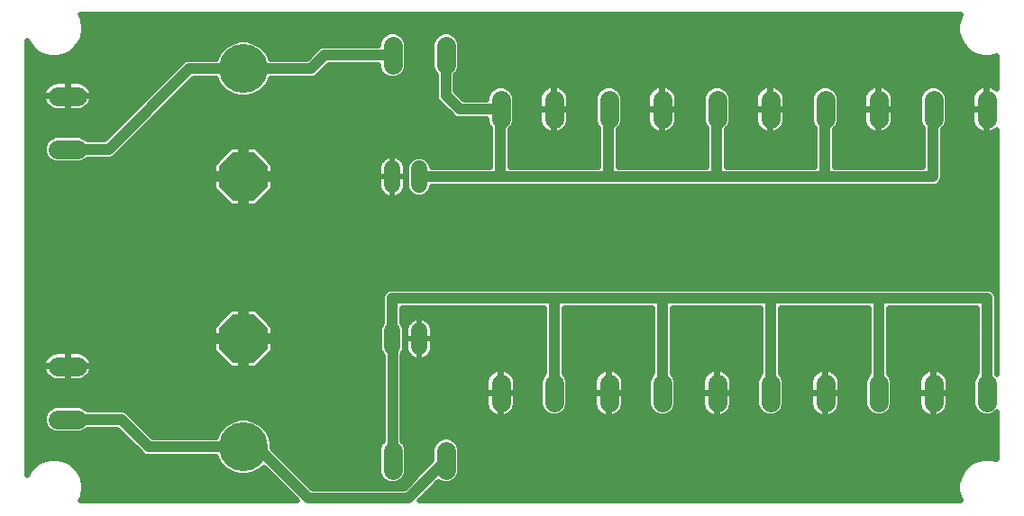
<source format=gbl>
G75*
%MOIN*%
%OFA0B0*%
%FSLAX25Y25*%
%IPPOS*%
%LPD*%
%AMOC8*
5,1,8,0,0,1.08239X$1,22.5*
%
%ADD10C,0.07050*%
%ADD11C,0.18100*%
%ADD12OC8,0.18100*%
%ADD13C,0.06000*%
%ADD14C,0.02000*%
%ADD15C,0.04000*%
D10*
X0018475Y0037157D02*
X0025525Y0037157D01*
X0025525Y0056843D02*
X0018475Y0056843D01*
X0142157Y0025525D02*
X0142157Y0018475D01*
X0161843Y0018475D02*
X0161843Y0025525D01*
X0182157Y0043475D02*
X0182157Y0050525D01*
X0201843Y0050525D02*
X0201843Y0043475D01*
X0222157Y0043475D02*
X0222157Y0050525D01*
X0241843Y0050525D02*
X0241843Y0043475D01*
X0262157Y0043475D02*
X0262157Y0050525D01*
X0281843Y0050525D02*
X0281843Y0043475D01*
X0302157Y0043475D02*
X0302157Y0050525D01*
X0321843Y0050525D02*
X0321843Y0043475D01*
X0342157Y0043475D02*
X0342157Y0050525D01*
X0361843Y0050525D02*
X0361843Y0043475D01*
X0361843Y0148475D02*
X0361843Y0155525D01*
X0342157Y0155525D02*
X0342157Y0148475D01*
X0321843Y0148475D02*
X0321843Y0155525D01*
X0302157Y0155525D02*
X0302157Y0148475D01*
X0281843Y0148475D02*
X0281843Y0155525D01*
X0262157Y0155525D02*
X0262157Y0148475D01*
X0241843Y0148475D02*
X0241843Y0155525D01*
X0222157Y0155525D02*
X0222157Y0148475D01*
X0201843Y0148475D02*
X0201843Y0155525D01*
X0182157Y0155525D02*
X0182157Y0148475D01*
X0161843Y0168475D02*
X0161843Y0175525D01*
X0142157Y0175525D02*
X0142157Y0168475D01*
X0025525Y0156843D02*
X0018475Y0156843D01*
X0018475Y0137157D02*
X0025525Y0137157D01*
D11*
X0087000Y0167000D03*
X0087000Y0027000D03*
D12*
X0087000Y0067000D03*
X0087000Y0127000D03*
D13*
X0142000Y0130000D02*
X0142000Y0124000D01*
X0152000Y0124000D02*
X0152000Y0130000D01*
X0152000Y0070000D02*
X0152000Y0064000D01*
X0142000Y0064000D02*
X0142000Y0070000D01*
D14*
X0027162Y0007791D02*
X0026706Y0007000D01*
X0106909Y0007000D01*
X0094485Y0019424D01*
X0093539Y0018478D01*
X0091111Y0017076D01*
X0088402Y0016350D01*
X0085598Y0016350D01*
X0082889Y0017076D01*
X0080461Y0018478D01*
X0078478Y0020461D01*
X0077076Y0022889D01*
X0076939Y0023400D01*
X0051284Y0023400D01*
X0049961Y0023948D01*
X0048948Y0024961D01*
X0048948Y0024961D01*
X0040351Y0033557D01*
X0029173Y0033557D01*
X0028428Y0032813D01*
X0026544Y0032032D01*
X0017456Y0032032D01*
X0015572Y0032813D01*
X0014130Y0034254D01*
X0013350Y0036138D01*
X0013350Y0038177D01*
X0014130Y0040061D01*
X0015572Y0041502D01*
X0017456Y0042282D01*
X0026544Y0042282D01*
X0028428Y0041502D01*
X0029173Y0040757D01*
X0042559Y0040757D01*
X0043882Y0040209D01*
X0044894Y0039197D01*
X0044894Y0039197D01*
X0053491Y0030600D01*
X0076939Y0030600D01*
X0077076Y0031111D01*
X0078478Y0033539D01*
X0080461Y0035522D01*
X0082889Y0036924D01*
X0085598Y0037650D01*
X0088402Y0037650D01*
X0091111Y0036924D01*
X0093539Y0035522D01*
X0095522Y0033539D01*
X0096924Y0031111D01*
X0097650Y0028402D01*
X0097650Y0026441D01*
X0112491Y0011600D01*
X0146509Y0011600D01*
X0148837Y0013928D01*
X0148948Y0014197D01*
X0156718Y0021966D01*
X0156718Y0026544D01*
X0157498Y0028428D01*
X0158939Y0029870D01*
X0160823Y0030650D01*
X0162862Y0030650D01*
X0164746Y0029870D01*
X0166187Y0028428D01*
X0166968Y0026544D01*
X0166968Y0017456D01*
X0166187Y0015572D01*
X0164746Y0014130D01*
X0162862Y0013350D01*
X0160823Y0013350D01*
X0159027Y0014094D01*
X0155163Y0010230D01*
X0155052Y0009961D01*
X0154039Y0008948D01*
X0152091Y0007000D01*
X0352294Y0007000D01*
X0351838Y0007791D01*
X0351094Y0010564D01*
X0351094Y0013436D01*
X0351838Y0016209D01*
X0353273Y0018696D01*
X0355304Y0020727D01*
X0357791Y0022162D01*
X0360564Y0022905D01*
X0363436Y0022905D01*
X0365701Y0022299D01*
X0365701Y0040085D01*
X0364746Y0039130D01*
X0362862Y0038350D01*
X0360823Y0038350D01*
X0358939Y0039130D01*
X0357498Y0040572D01*
X0356718Y0042456D01*
X0356718Y0051544D01*
X0357498Y0053428D01*
X0358400Y0054330D01*
X0358400Y0078400D01*
X0325600Y0078400D01*
X0325600Y0054015D01*
X0326187Y0053428D01*
X0326968Y0051544D01*
X0326968Y0042456D01*
X0326187Y0040572D01*
X0324746Y0039130D01*
X0322862Y0038350D01*
X0320823Y0038350D01*
X0318939Y0039130D01*
X0317498Y0040572D01*
X0316718Y0042456D01*
X0316718Y0051544D01*
X0317498Y0053428D01*
X0318400Y0054330D01*
X0318400Y0078400D01*
X0285600Y0078400D01*
X0285600Y0054015D01*
X0286187Y0053428D01*
X0286968Y0051544D01*
X0286968Y0042456D01*
X0286187Y0040572D01*
X0284746Y0039130D01*
X0282862Y0038350D01*
X0280823Y0038350D01*
X0278939Y0039130D01*
X0277498Y0040572D01*
X0276718Y0042456D01*
X0276718Y0051544D01*
X0277498Y0053428D01*
X0278400Y0054330D01*
X0278400Y0078400D01*
X0245600Y0078400D01*
X0245600Y0054015D01*
X0246187Y0053428D01*
X0246968Y0051544D01*
X0246968Y0042456D01*
X0246187Y0040572D01*
X0244746Y0039130D01*
X0242862Y0038350D01*
X0240823Y0038350D01*
X0238939Y0039130D01*
X0237498Y0040572D01*
X0236718Y0042456D01*
X0236718Y0051544D01*
X0237498Y0053428D01*
X0238400Y0054330D01*
X0238400Y0078400D01*
X0205600Y0078400D01*
X0205600Y0054015D01*
X0206187Y0053428D01*
X0206968Y0051544D01*
X0206968Y0042456D01*
X0206187Y0040572D01*
X0204746Y0039130D01*
X0202862Y0038350D01*
X0200823Y0038350D01*
X0198939Y0039130D01*
X0197498Y0040572D01*
X0196718Y0042456D01*
X0196718Y0051544D01*
X0197498Y0053428D01*
X0198400Y0054330D01*
X0198400Y0078400D01*
X0145600Y0078400D01*
X0145600Y0072905D01*
X0145900Y0072606D01*
X0146600Y0070915D01*
X0146600Y0063085D01*
X0145900Y0061394D01*
X0145757Y0061252D01*
X0145757Y0029173D01*
X0146502Y0028428D01*
X0147282Y0026544D01*
X0147282Y0017456D01*
X0146502Y0015572D01*
X0145061Y0014130D01*
X0143177Y0013350D01*
X0141138Y0013350D01*
X0139254Y0014130D01*
X0137813Y0015572D01*
X0137032Y0017456D01*
X0137032Y0026544D01*
X0137813Y0028428D01*
X0138557Y0029173D01*
X0138557Y0060937D01*
X0138100Y0061394D01*
X0137400Y0063085D01*
X0137400Y0070915D01*
X0138100Y0072606D01*
X0138400Y0072905D01*
X0138400Y0082716D01*
X0138948Y0084039D01*
X0139961Y0085052D01*
X0141284Y0085600D01*
X0362716Y0085600D01*
X0364039Y0085052D01*
X0365052Y0084039D01*
X0365600Y0082716D01*
X0365600Y0054015D01*
X0365701Y0053915D01*
X0365701Y0144520D01*
X0365442Y0144261D01*
X0364738Y0143750D01*
X0363963Y0143355D01*
X0363136Y0143086D01*
X0362277Y0142950D01*
X0362018Y0142950D01*
X0362018Y0151825D01*
X0361667Y0151825D01*
X0356318Y0151825D01*
X0356318Y0148040D01*
X0356454Y0147181D01*
X0356722Y0146354D01*
X0357117Y0145579D01*
X0357628Y0144876D01*
X0358243Y0144261D01*
X0358947Y0143750D01*
X0359722Y0143355D01*
X0360549Y0143086D01*
X0361408Y0142950D01*
X0361667Y0142950D01*
X0361667Y0151825D01*
X0361667Y0152175D01*
X0356318Y0152175D01*
X0356318Y0155960D01*
X0356454Y0156819D01*
X0356722Y0157646D01*
X0357117Y0158421D01*
X0357628Y0159124D01*
X0358243Y0159739D01*
X0358947Y0160250D01*
X0359722Y0160645D01*
X0360549Y0160914D01*
X0361408Y0161050D01*
X0361667Y0161050D01*
X0361667Y0152175D01*
X0362018Y0152175D01*
X0362018Y0161050D01*
X0362277Y0161050D01*
X0363136Y0160914D01*
X0363963Y0160645D01*
X0364738Y0160250D01*
X0365442Y0159739D01*
X0365701Y0159480D01*
X0365701Y0171701D01*
X0363436Y0171094D01*
X0360564Y0171094D01*
X0357791Y0171838D01*
X0355304Y0173273D01*
X0353273Y0175304D01*
X0351838Y0177791D01*
X0351094Y0180564D01*
X0351094Y0183436D01*
X0351838Y0186209D01*
X0352271Y0186961D01*
X0026729Y0186961D01*
X0027162Y0186209D01*
X0027905Y0183436D01*
X0027905Y0180564D01*
X0027162Y0177791D01*
X0025727Y0175304D01*
X0023696Y0173273D01*
X0021209Y0171838D01*
X0018436Y0171094D01*
X0015564Y0171094D01*
X0012791Y0171838D01*
X0010304Y0173273D01*
X0008273Y0175304D01*
X0007000Y0177510D01*
X0007000Y0016490D01*
X0008273Y0018696D01*
X0010304Y0020727D01*
X0012791Y0022162D01*
X0015564Y0022905D01*
X0018436Y0022905D01*
X0021209Y0022162D01*
X0023696Y0020727D01*
X0025727Y0018696D01*
X0027162Y0016209D01*
X0027905Y0013436D01*
X0027905Y0010564D01*
X0027162Y0007791D01*
X0027217Y0007996D02*
X0105913Y0007996D01*
X0103915Y0009994D02*
X0027753Y0009994D01*
X0027905Y0011993D02*
X0101916Y0011993D01*
X0099918Y0013991D02*
X0027757Y0013991D01*
X0027221Y0015990D02*
X0097919Y0015990D01*
X0095921Y0017988D02*
X0092691Y0017988D01*
X0102106Y0021985D02*
X0137032Y0021985D01*
X0137032Y0019987D02*
X0104105Y0019987D01*
X0106103Y0017988D02*
X0137032Y0017988D01*
X0137640Y0015990D02*
X0108102Y0015990D01*
X0110100Y0013991D02*
X0139590Y0013991D01*
X0144725Y0013991D02*
X0148863Y0013991D01*
X0150741Y0015990D02*
X0146675Y0015990D01*
X0147282Y0017988D02*
X0152739Y0017988D01*
X0154738Y0019987D02*
X0147282Y0019987D01*
X0147282Y0021985D02*
X0156718Y0021985D01*
X0156718Y0023984D02*
X0147282Y0023984D01*
X0147282Y0025982D02*
X0156718Y0025982D01*
X0157312Y0027981D02*
X0146688Y0027981D01*
X0145757Y0029979D02*
X0159204Y0029979D01*
X0164481Y0029979D02*
X0365701Y0029979D01*
X0365701Y0027981D02*
X0166373Y0027981D01*
X0166968Y0025982D02*
X0365701Y0025982D01*
X0365701Y0023984D02*
X0166968Y0023984D01*
X0166968Y0021985D02*
X0357484Y0021985D01*
X0354564Y0019987D02*
X0166968Y0019987D01*
X0166968Y0017988D02*
X0352865Y0017988D01*
X0351779Y0015990D02*
X0166360Y0015990D01*
X0164410Y0013991D02*
X0351243Y0013991D01*
X0351094Y0011993D02*
X0156926Y0011993D01*
X0155066Y0009994D02*
X0351247Y0009994D01*
X0351783Y0007996D02*
X0153087Y0007996D01*
X0146901Y0011993D02*
X0112099Y0011993D01*
X0100108Y0023984D02*
X0137032Y0023984D01*
X0137032Y0025982D02*
X0098109Y0025982D01*
X0097650Y0027981D02*
X0137627Y0027981D01*
X0138557Y0029979D02*
X0097227Y0029979D01*
X0096424Y0031978D02*
X0138557Y0031978D01*
X0138557Y0033976D02*
X0095085Y0033976D01*
X0092755Y0035975D02*
X0138557Y0035975D01*
X0138557Y0037973D02*
X0046118Y0037973D01*
X0048116Y0035975D02*
X0081245Y0035975D01*
X0078915Y0033976D02*
X0050115Y0033976D01*
X0052113Y0031978D02*
X0077576Y0031978D01*
X0077598Y0021985D02*
X0021516Y0021985D01*
X0024436Y0019987D02*
X0078952Y0019987D01*
X0081309Y0017988D02*
X0026135Y0017988D01*
X0012484Y0021985D02*
X0007000Y0021985D01*
X0007000Y0019987D02*
X0009564Y0019987D01*
X0007865Y0017988D02*
X0007000Y0017988D01*
X0007000Y0023984D02*
X0049925Y0023984D01*
X0047927Y0025982D02*
X0007000Y0025982D01*
X0007000Y0027981D02*
X0045928Y0027981D01*
X0043930Y0029979D02*
X0007000Y0029979D01*
X0007000Y0031978D02*
X0041931Y0031978D01*
X0044119Y0039972D02*
X0138557Y0039972D01*
X0138557Y0041970D02*
X0027298Y0041970D01*
X0016702Y0041970D02*
X0007000Y0041970D01*
X0007000Y0039972D02*
X0014093Y0039972D01*
X0013350Y0037973D02*
X0007000Y0037973D01*
X0007000Y0035975D02*
X0013418Y0035975D01*
X0014408Y0033976D02*
X0007000Y0033976D01*
X0007000Y0043969D02*
X0138557Y0043969D01*
X0138557Y0045967D02*
X0007000Y0045967D01*
X0007000Y0047966D02*
X0138557Y0047966D01*
X0138557Y0049964D02*
X0007000Y0049964D01*
X0007000Y0051963D02*
X0015882Y0051963D01*
X0015579Y0052117D02*
X0016354Y0051722D01*
X0017181Y0051454D01*
X0018040Y0051318D01*
X0021825Y0051318D01*
X0021825Y0056667D01*
X0022175Y0056667D01*
X0022175Y0051318D01*
X0025960Y0051318D01*
X0026819Y0051454D01*
X0027646Y0051722D01*
X0028421Y0052117D01*
X0029124Y0052628D01*
X0029739Y0053243D01*
X0030250Y0053947D01*
X0030645Y0054722D01*
X0030914Y0055549D01*
X0031050Y0056408D01*
X0031050Y0056667D01*
X0022175Y0056667D01*
X0022175Y0057018D01*
X0021825Y0057018D01*
X0021825Y0062368D01*
X0018040Y0062368D01*
X0017181Y0062231D01*
X0016354Y0061963D01*
X0015579Y0061568D01*
X0014876Y0061057D01*
X0014261Y0060442D01*
X0013750Y0059738D01*
X0013355Y0058963D01*
X0013086Y0058136D01*
X0012950Y0057277D01*
X0012950Y0057018D01*
X0021825Y0057018D01*
X0021825Y0056667D01*
X0012950Y0056667D01*
X0012950Y0056408D01*
X0013086Y0055549D01*
X0013355Y0054722D01*
X0013750Y0053947D01*
X0014261Y0053243D01*
X0014876Y0052628D01*
X0015579Y0052117D01*
X0013742Y0053961D02*
X0007000Y0053961D01*
X0007000Y0055960D02*
X0013021Y0055960D01*
X0013058Y0057958D02*
X0007000Y0057958D01*
X0007000Y0059957D02*
X0013908Y0059957D01*
X0016340Y0061955D02*
X0007000Y0061955D01*
X0007000Y0063954D02*
X0075950Y0063954D01*
X0075950Y0062423D02*
X0082423Y0055950D01*
X0086025Y0055950D01*
X0086025Y0066025D01*
X0075950Y0066025D01*
X0075950Y0062423D01*
X0076418Y0061955D02*
X0027660Y0061955D01*
X0027646Y0061963D02*
X0026819Y0062231D01*
X0025960Y0062368D01*
X0022175Y0062368D01*
X0022175Y0057018D01*
X0031050Y0057018D01*
X0031050Y0057277D01*
X0030914Y0058136D01*
X0030645Y0058963D01*
X0030250Y0059738D01*
X0029739Y0060442D01*
X0029124Y0061057D01*
X0028421Y0061568D01*
X0027646Y0061963D01*
X0030092Y0059957D02*
X0078416Y0059957D01*
X0080415Y0057958D02*
X0030942Y0057958D01*
X0030979Y0055960D02*
X0082413Y0055960D01*
X0086025Y0055960D02*
X0087975Y0055960D01*
X0087975Y0055950D02*
X0091577Y0055950D01*
X0098050Y0062423D01*
X0098050Y0066025D01*
X0087975Y0066025D01*
X0087975Y0067975D01*
X0086025Y0067975D01*
X0086025Y0078050D01*
X0082423Y0078050D01*
X0075950Y0071577D01*
X0075950Y0067975D01*
X0086025Y0067975D01*
X0086025Y0066025D01*
X0087975Y0066025D01*
X0087975Y0055950D01*
X0087975Y0057958D02*
X0086025Y0057958D01*
X0086025Y0059957D02*
X0087975Y0059957D01*
X0087975Y0061955D02*
X0086025Y0061955D01*
X0086025Y0063954D02*
X0087975Y0063954D01*
X0087975Y0065952D02*
X0086025Y0065952D01*
X0086025Y0067951D02*
X0007000Y0067951D01*
X0007000Y0069949D02*
X0075950Y0069949D01*
X0076321Y0071948D02*
X0007000Y0071948D01*
X0007000Y0073946D02*
X0078319Y0073946D01*
X0080318Y0075945D02*
X0007000Y0075945D01*
X0007000Y0077943D02*
X0082316Y0077943D01*
X0086025Y0077943D02*
X0087975Y0077943D01*
X0087975Y0078050D02*
X0087975Y0067975D01*
X0098050Y0067975D01*
X0098050Y0071577D01*
X0091577Y0078050D01*
X0087975Y0078050D01*
X0087975Y0075945D02*
X0086025Y0075945D01*
X0086025Y0073946D02*
X0087975Y0073946D01*
X0087975Y0071948D02*
X0086025Y0071948D01*
X0086025Y0069949D02*
X0087975Y0069949D01*
X0087975Y0067951D02*
X0137400Y0067951D01*
X0137400Y0069949D02*
X0098050Y0069949D01*
X0097679Y0071948D02*
X0137828Y0071948D01*
X0138400Y0073946D02*
X0095681Y0073946D01*
X0093682Y0075945D02*
X0138400Y0075945D01*
X0138400Y0077943D02*
X0091684Y0077943D01*
X0098050Y0065952D02*
X0137400Y0065952D01*
X0137400Y0063954D02*
X0098050Y0063954D01*
X0097582Y0061955D02*
X0137868Y0061955D01*
X0138557Y0059957D02*
X0095584Y0059957D01*
X0093585Y0057958D02*
X0138557Y0057958D01*
X0138557Y0055960D02*
X0091587Y0055960D01*
X0075950Y0065952D02*
X0007000Y0065952D01*
X0021825Y0061955D02*
X0022175Y0061955D01*
X0022175Y0059957D02*
X0021825Y0059957D01*
X0021825Y0057958D02*
X0022175Y0057958D01*
X0022175Y0055960D02*
X0021825Y0055960D01*
X0021825Y0053961D02*
X0022175Y0053961D01*
X0022175Y0051963D02*
X0021825Y0051963D01*
X0028118Y0051963D02*
X0138557Y0051963D01*
X0138557Y0053961D02*
X0030258Y0053961D01*
X0007000Y0079942D02*
X0138400Y0079942D01*
X0138400Y0081940D02*
X0007000Y0081940D01*
X0007000Y0083939D02*
X0138907Y0083939D01*
X0145600Y0077943D02*
X0198400Y0077943D01*
X0198400Y0075945D02*
X0145600Y0075945D01*
X0145600Y0073946D02*
X0148925Y0073946D01*
X0148743Y0073814D02*
X0148186Y0073257D01*
X0147724Y0072621D01*
X0147366Y0071919D01*
X0147123Y0071171D01*
X0147000Y0070394D01*
X0147000Y0067000D01*
X0152000Y0067000D01*
X0157000Y0067000D01*
X0157000Y0070394D01*
X0156877Y0071171D01*
X0156634Y0071919D01*
X0156276Y0072621D01*
X0155814Y0073257D01*
X0155257Y0073814D01*
X0154621Y0074276D01*
X0153919Y0074634D01*
X0153171Y0074877D01*
X0152394Y0075000D01*
X0152000Y0075000D01*
X0152000Y0067000D01*
X0152000Y0067000D01*
X0152000Y0067000D01*
X0157000Y0067000D01*
X0157000Y0063606D01*
X0156877Y0062829D01*
X0156634Y0062081D01*
X0156276Y0061379D01*
X0155814Y0060743D01*
X0155257Y0060186D01*
X0154621Y0059724D01*
X0153919Y0059366D01*
X0153171Y0059123D01*
X0152394Y0059000D01*
X0152000Y0059000D01*
X0152000Y0067000D01*
X0152000Y0067000D01*
X0152000Y0067000D01*
X0152000Y0075000D01*
X0151606Y0075000D01*
X0150829Y0074877D01*
X0150081Y0074634D01*
X0149379Y0074276D01*
X0148743Y0073814D01*
X0147381Y0071948D02*
X0146172Y0071948D01*
X0146600Y0069949D02*
X0147000Y0069949D01*
X0147000Y0067951D02*
X0146600Y0067951D01*
X0147000Y0067000D02*
X0147000Y0063606D01*
X0147123Y0062829D01*
X0147366Y0062081D01*
X0147724Y0061379D01*
X0148186Y0060743D01*
X0148743Y0060186D01*
X0149379Y0059724D01*
X0150081Y0059366D01*
X0150829Y0059123D01*
X0151606Y0059000D01*
X0152000Y0059000D01*
X0152000Y0067000D01*
X0147000Y0067000D01*
X0147000Y0065952D02*
X0146600Y0065952D01*
X0146600Y0063954D02*
X0147000Y0063954D01*
X0147430Y0061955D02*
X0146132Y0061955D01*
X0145757Y0059957D02*
X0149058Y0059957D01*
X0152000Y0059957D02*
X0152000Y0059957D01*
X0152000Y0061955D02*
X0152000Y0061955D01*
X0152000Y0063954D02*
X0152000Y0063954D01*
X0152000Y0065952D02*
X0152000Y0065952D01*
X0157000Y0065952D02*
X0198400Y0065952D01*
X0198400Y0063954D02*
X0157000Y0063954D01*
X0156570Y0061955D02*
X0198400Y0061955D01*
X0198400Y0059957D02*
X0154942Y0059957D01*
X0145757Y0057958D02*
X0198400Y0057958D01*
X0198400Y0055960D02*
X0183162Y0055960D01*
X0183451Y0055914D02*
X0182592Y0056050D01*
X0182332Y0056050D01*
X0182332Y0047175D01*
X0181982Y0047175D01*
X0181982Y0046825D01*
X0176632Y0046825D01*
X0176632Y0043040D01*
X0176769Y0042181D01*
X0177037Y0041354D01*
X0177432Y0040579D01*
X0177943Y0039876D01*
X0178558Y0039261D01*
X0179262Y0038750D01*
X0180037Y0038355D01*
X0180864Y0038086D01*
X0181723Y0037950D01*
X0181982Y0037950D01*
X0181982Y0046825D01*
X0182332Y0046825D01*
X0182332Y0037950D01*
X0182592Y0037950D01*
X0183451Y0038086D01*
X0184278Y0038355D01*
X0185053Y0038750D01*
X0185757Y0039261D01*
X0186372Y0039876D01*
X0186883Y0040579D01*
X0187278Y0041354D01*
X0187546Y0042181D01*
X0187682Y0043040D01*
X0187682Y0046825D01*
X0182333Y0046825D01*
X0182333Y0047175D01*
X0187682Y0047175D01*
X0187682Y0050960D01*
X0187546Y0051819D01*
X0187278Y0052646D01*
X0186883Y0053421D01*
X0186372Y0054124D01*
X0185757Y0054739D01*
X0185053Y0055250D01*
X0184278Y0055645D01*
X0183451Y0055914D01*
X0182332Y0055960D02*
X0181982Y0055960D01*
X0181982Y0056050D02*
X0181723Y0056050D01*
X0180864Y0055914D01*
X0180037Y0055645D01*
X0179262Y0055250D01*
X0178558Y0054739D01*
X0177943Y0054124D01*
X0177432Y0053421D01*
X0177037Y0052646D01*
X0176769Y0051819D01*
X0176632Y0050960D01*
X0176632Y0047175D01*
X0181982Y0047175D01*
X0181982Y0056050D01*
X0181153Y0055960D02*
X0145757Y0055960D01*
X0145757Y0053961D02*
X0177825Y0053961D01*
X0176815Y0051963D02*
X0145757Y0051963D01*
X0145757Y0049964D02*
X0176632Y0049964D01*
X0176632Y0047966D02*
X0145757Y0047966D01*
X0145757Y0045967D02*
X0176632Y0045967D01*
X0176632Y0043969D02*
X0145757Y0043969D01*
X0145757Y0041970D02*
X0176837Y0041970D01*
X0177873Y0039972D02*
X0145757Y0039972D01*
X0145757Y0037973D02*
X0181576Y0037973D01*
X0181982Y0037973D02*
X0182332Y0037973D01*
X0182739Y0037973D02*
X0221576Y0037973D01*
X0221723Y0037950D02*
X0220864Y0038086D01*
X0220037Y0038355D01*
X0219262Y0038750D01*
X0218558Y0039261D01*
X0217943Y0039876D01*
X0217432Y0040579D01*
X0217037Y0041354D01*
X0216769Y0042181D01*
X0216632Y0043040D01*
X0216632Y0046825D01*
X0221982Y0046825D01*
X0221982Y0047175D01*
X0216632Y0047175D01*
X0216632Y0050960D01*
X0216769Y0051819D01*
X0217037Y0052646D01*
X0217432Y0053421D01*
X0217943Y0054124D01*
X0218558Y0054739D01*
X0219262Y0055250D01*
X0220037Y0055645D01*
X0220864Y0055914D01*
X0221723Y0056050D01*
X0221982Y0056050D01*
X0221982Y0047175D01*
X0222332Y0047175D01*
X0222332Y0056050D01*
X0222592Y0056050D01*
X0223451Y0055914D01*
X0224278Y0055645D01*
X0225053Y0055250D01*
X0225757Y0054739D01*
X0226372Y0054124D01*
X0226883Y0053421D01*
X0227278Y0052646D01*
X0227546Y0051819D01*
X0227682Y0050960D01*
X0227682Y0047175D01*
X0222333Y0047175D01*
X0222333Y0046825D01*
X0227682Y0046825D01*
X0227682Y0043040D01*
X0227546Y0042181D01*
X0227278Y0041354D01*
X0226883Y0040579D01*
X0226372Y0039876D01*
X0225757Y0039261D01*
X0225053Y0038750D01*
X0224278Y0038355D01*
X0223451Y0038086D01*
X0222592Y0037950D01*
X0222332Y0037950D01*
X0222332Y0046825D01*
X0221982Y0046825D01*
X0221982Y0037950D01*
X0221723Y0037950D01*
X0221982Y0037973D02*
X0222332Y0037973D01*
X0222739Y0037973D02*
X0261576Y0037973D01*
X0261723Y0037950D02*
X0260864Y0038086D01*
X0260037Y0038355D01*
X0259262Y0038750D01*
X0258558Y0039261D01*
X0257943Y0039876D01*
X0257432Y0040579D01*
X0257037Y0041354D01*
X0256769Y0042181D01*
X0256632Y0043040D01*
X0256632Y0046825D01*
X0261982Y0046825D01*
X0261982Y0047175D01*
X0256632Y0047175D01*
X0256632Y0050960D01*
X0256769Y0051819D01*
X0257037Y0052646D01*
X0257432Y0053421D01*
X0257943Y0054124D01*
X0258558Y0054739D01*
X0259262Y0055250D01*
X0260037Y0055645D01*
X0260864Y0055914D01*
X0261723Y0056050D01*
X0261982Y0056050D01*
X0261982Y0047175D01*
X0262332Y0047175D01*
X0262332Y0056050D01*
X0262592Y0056050D01*
X0263451Y0055914D01*
X0264278Y0055645D01*
X0265053Y0055250D01*
X0265757Y0054739D01*
X0266372Y0054124D01*
X0266883Y0053421D01*
X0267278Y0052646D01*
X0267546Y0051819D01*
X0267682Y0050960D01*
X0267682Y0047175D01*
X0262333Y0047175D01*
X0262333Y0046825D01*
X0267682Y0046825D01*
X0267682Y0043040D01*
X0267546Y0042181D01*
X0267278Y0041354D01*
X0266883Y0040579D01*
X0266372Y0039876D01*
X0265757Y0039261D01*
X0265053Y0038750D01*
X0264278Y0038355D01*
X0263451Y0038086D01*
X0262592Y0037950D01*
X0262332Y0037950D01*
X0262332Y0046825D01*
X0261982Y0046825D01*
X0261982Y0037950D01*
X0261723Y0037950D01*
X0261982Y0037973D02*
X0262332Y0037973D01*
X0262739Y0037973D02*
X0301576Y0037973D01*
X0301723Y0037950D02*
X0300864Y0038086D01*
X0300037Y0038355D01*
X0299262Y0038750D01*
X0298558Y0039261D01*
X0297943Y0039876D01*
X0297432Y0040579D01*
X0297037Y0041354D01*
X0296769Y0042181D01*
X0296632Y0043040D01*
X0296632Y0046825D01*
X0301982Y0046825D01*
X0301982Y0047175D01*
X0296632Y0047175D01*
X0296632Y0050960D01*
X0296769Y0051819D01*
X0297037Y0052646D01*
X0297432Y0053421D01*
X0297943Y0054124D01*
X0298558Y0054739D01*
X0299262Y0055250D01*
X0300037Y0055645D01*
X0300864Y0055914D01*
X0301723Y0056050D01*
X0301982Y0056050D01*
X0301982Y0047175D01*
X0302332Y0047175D01*
X0302332Y0056050D01*
X0302592Y0056050D01*
X0303451Y0055914D01*
X0304278Y0055645D01*
X0305053Y0055250D01*
X0305757Y0054739D01*
X0306372Y0054124D01*
X0306883Y0053421D01*
X0307278Y0052646D01*
X0307546Y0051819D01*
X0307682Y0050960D01*
X0307682Y0047175D01*
X0302333Y0047175D01*
X0302333Y0046825D01*
X0307682Y0046825D01*
X0307682Y0043040D01*
X0307546Y0042181D01*
X0307278Y0041354D01*
X0306883Y0040579D01*
X0306372Y0039876D01*
X0305757Y0039261D01*
X0305053Y0038750D01*
X0304278Y0038355D01*
X0303451Y0038086D01*
X0302592Y0037950D01*
X0302332Y0037950D01*
X0302332Y0046825D01*
X0301982Y0046825D01*
X0301982Y0037950D01*
X0301723Y0037950D01*
X0301982Y0037973D02*
X0302332Y0037973D01*
X0302739Y0037973D02*
X0341576Y0037973D01*
X0341723Y0037950D02*
X0340864Y0038086D01*
X0340037Y0038355D01*
X0339262Y0038750D01*
X0338558Y0039261D01*
X0337943Y0039876D01*
X0337432Y0040579D01*
X0337037Y0041354D01*
X0336769Y0042181D01*
X0336632Y0043040D01*
X0336632Y0046825D01*
X0341982Y0046825D01*
X0341982Y0047175D01*
X0336632Y0047175D01*
X0336632Y0050960D01*
X0336769Y0051819D01*
X0337037Y0052646D01*
X0337432Y0053421D01*
X0337943Y0054124D01*
X0338558Y0054739D01*
X0339262Y0055250D01*
X0340037Y0055645D01*
X0340864Y0055914D01*
X0341723Y0056050D01*
X0341982Y0056050D01*
X0341982Y0047175D01*
X0342332Y0047175D01*
X0342332Y0056050D01*
X0342592Y0056050D01*
X0343451Y0055914D01*
X0344278Y0055645D01*
X0345053Y0055250D01*
X0345757Y0054739D01*
X0346372Y0054124D01*
X0346883Y0053421D01*
X0347278Y0052646D01*
X0347546Y0051819D01*
X0347682Y0050960D01*
X0347682Y0047175D01*
X0342333Y0047175D01*
X0342333Y0046825D01*
X0347682Y0046825D01*
X0347682Y0043040D01*
X0347546Y0042181D01*
X0347278Y0041354D01*
X0346883Y0040579D01*
X0346372Y0039876D01*
X0345757Y0039261D01*
X0345053Y0038750D01*
X0344278Y0038355D01*
X0343451Y0038086D01*
X0342592Y0037950D01*
X0342332Y0037950D01*
X0342332Y0046825D01*
X0341982Y0046825D01*
X0341982Y0037950D01*
X0341723Y0037950D01*
X0341982Y0037973D02*
X0342332Y0037973D01*
X0342739Y0037973D02*
X0365701Y0037973D01*
X0365701Y0035975D02*
X0145757Y0035975D01*
X0145757Y0033976D02*
X0365701Y0033976D01*
X0365701Y0031978D02*
X0145757Y0031978D01*
X0158925Y0013991D02*
X0159275Y0013991D01*
X0181982Y0039972D02*
X0182332Y0039972D01*
X0182332Y0041970D02*
X0181982Y0041970D01*
X0181982Y0043969D02*
X0182332Y0043969D01*
X0182332Y0045967D02*
X0181982Y0045967D01*
X0181982Y0047966D02*
X0182332Y0047966D01*
X0182332Y0049964D02*
X0181982Y0049964D01*
X0181982Y0051963D02*
X0182332Y0051963D01*
X0182332Y0053961D02*
X0181982Y0053961D01*
X0186490Y0053961D02*
X0198031Y0053961D01*
X0196891Y0051963D02*
X0187500Y0051963D01*
X0187682Y0049964D02*
X0196718Y0049964D01*
X0196718Y0047966D02*
X0187682Y0047966D01*
X0187682Y0045967D02*
X0196718Y0045967D01*
X0196718Y0043969D02*
X0187682Y0043969D01*
X0187478Y0041970D02*
X0196919Y0041970D01*
X0198098Y0039972D02*
X0186441Y0039972D01*
X0205587Y0039972D02*
X0217873Y0039972D01*
X0216837Y0041970D02*
X0206766Y0041970D01*
X0206968Y0043969D02*
X0216632Y0043969D01*
X0216632Y0045967D02*
X0206968Y0045967D01*
X0206968Y0047966D02*
X0216632Y0047966D01*
X0216632Y0049964D02*
X0206968Y0049964D01*
X0206794Y0051963D02*
X0216815Y0051963D01*
X0217825Y0053961D02*
X0205654Y0053961D01*
X0205600Y0055960D02*
X0221153Y0055960D01*
X0221982Y0055960D02*
X0222332Y0055960D01*
X0223162Y0055960D02*
X0238400Y0055960D01*
X0238400Y0057958D02*
X0205600Y0057958D01*
X0205600Y0059957D02*
X0238400Y0059957D01*
X0238400Y0061955D02*
X0205600Y0061955D01*
X0205600Y0063954D02*
X0238400Y0063954D01*
X0238400Y0065952D02*
X0205600Y0065952D01*
X0205600Y0067951D02*
X0238400Y0067951D01*
X0238400Y0069949D02*
X0205600Y0069949D01*
X0205600Y0071948D02*
X0238400Y0071948D01*
X0238400Y0073946D02*
X0205600Y0073946D01*
X0205600Y0075945D02*
X0238400Y0075945D01*
X0238400Y0077943D02*
X0205600Y0077943D01*
X0198400Y0073946D02*
X0155075Y0073946D01*
X0156619Y0071948D02*
X0198400Y0071948D01*
X0198400Y0069949D02*
X0157000Y0069949D01*
X0157000Y0067951D02*
X0198400Y0067951D01*
X0221982Y0053961D02*
X0222332Y0053961D01*
X0222332Y0051963D02*
X0221982Y0051963D01*
X0221982Y0049964D02*
X0222332Y0049964D01*
X0222332Y0047966D02*
X0221982Y0047966D01*
X0221982Y0045967D02*
X0222332Y0045967D01*
X0222332Y0043969D02*
X0221982Y0043969D01*
X0221982Y0041970D02*
X0222332Y0041970D01*
X0222332Y0039972D02*
X0221982Y0039972D01*
X0226441Y0039972D02*
X0238098Y0039972D01*
X0236919Y0041970D02*
X0227478Y0041970D01*
X0227682Y0043969D02*
X0236718Y0043969D01*
X0236718Y0045967D02*
X0227682Y0045967D01*
X0227682Y0047966D02*
X0236718Y0047966D01*
X0236718Y0049964D02*
X0227682Y0049964D01*
X0227500Y0051963D02*
X0236891Y0051963D01*
X0238031Y0053961D02*
X0226490Y0053961D01*
X0245654Y0053961D02*
X0257825Y0053961D01*
X0256815Y0051963D02*
X0246794Y0051963D01*
X0246968Y0049964D02*
X0256632Y0049964D01*
X0256632Y0047966D02*
X0246968Y0047966D01*
X0246968Y0045967D02*
X0256632Y0045967D01*
X0256632Y0043969D02*
X0246968Y0043969D01*
X0246766Y0041970D02*
X0256837Y0041970D01*
X0257873Y0039972D02*
X0245587Y0039972D01*
X0261982Y0039972D02*
X0262332Y0039972D01*
X0262332Y0041970D02*
X0261982Y0041970D01*
X0261982Y0043969D02*
X0262332Y0043969D01*
X0262332Y0045967D02*
X0261982Y0045967D01*
X0261982Y0047966D02*
X0262332Y0047966D01*
X0262332Y0049964D02*
X0261982Y0049964D01*
X0261982Y0051963D02*
X0262332Y0051963D01*
X0262332Y0053961D02*
X0261982Y0053961D01*
X0261982Y0055960D02*
X0262332Y0055960D01*
X0263162Y0055960D02*
X0278400Y0055960D01*
X0278400Y0057958D02*
X0245600Y0057958D01*
X0245600Y0055960D02*
X0261153Y0055960D01*
X0266490Y0053961D02*
X0278031Y0053961D01*
X0276891Y0051963D02*
X0267500Y0051963D01*
X0267682Y0049964D02*
X0276718Y0049964D01*
X0276718Y0047966D02*
X0267682Y0047966D01*
X0267682Y0045967D02*
X0276718Y0045967D01*
X0276718Y0043969D02*
X0267682Y0043969D01*
X0267478Y0041970D02*
X0276919Y0041970D01*
X0278098Y0039972D02*
X0266441Y0039972D01*
X0285587Y0039972D02*
X0297873Y0039972D01*
X0296837Y0041970D02*
X0286766Y0041970D01*
X0286968Y0043969D02*
X0296632Y0043969D01*
X0296632Y0045967D02*
X0286968Y0045967D01*
X0286968Y0047966D02*
X0296632Y0047966D01*
X0296632Y0049964D02*
X0286968Y0049964D01*
X0286794Y0051963D02*
X0296815Y0051963D01*
X0297825Y0053961D02*
X0285654Y0053961D01*
X0285600Y0055960D02*
X0301153Y0055960D01*
X0301982Y0055960D02*
X0302332Y0055960D01*
X0303162Y0055960D02*
X0318400Y0055960D01*
X0318400Y0057958D02*
X0285600Y0057958D01*
X0285600Y0059957D02*
X0318400Y0059957D01*
X0318400Y0061955D02*
X0285600Y0061955D01*
X0285600Y0063954D02*
X0318400Y0063954D01*
X0318400Y0065952D02*
X0285600Y0065952D01*
X0285600Y0067951D02*
X0318400Y0067951D01*
X0318400Y0069949D02*
X0285600Y0069949D01*
X0285600Y0071948D02*
X0318400Y0071948D01*
X0318400Y0073946D02*
X0285600Y0073946D01*
X0285600Y0075945D02*
X0318400Y0075945D01*
X0318400Y0077943D02*
X0285600Y0077943D01*
X0278400Y0077943D02*
X0245600Y0077943D01*
X0245600Y0075945D02*
X0278400Y0075945D01*
X0278400Y0073946D02*
X0245600Y0073946D01*
X0245600Y0071948D02*
X0278400Y0071948D01*
X0278400Y0069949D02*
X0245600Y0069949D01*
X0245600Y0067951D02*
X0278400Y0067951D01*
X0278400Y0065952D02*
X0245600Y0065952D01*
X0245600Y0063954D02*
X0278400Y0063954D01*
X0278400Y0061955D02*
X0245600Y0061955D01*
X0245600Y0059957D02*
X0278400Y0059957D01*
X0301982Y0053961D02*
X0302332Y0053961D01*
X0302332Y0051963D02*
X0301982Y0051963D01*
X0301982Y0049964D02*
X0302332Y0049964D01*
X0302332Y0047966D02*
X0301982Y0047966D01*
X0301982Y0045967D02*
X0302332Y0045967D01*
X0302332Y0043969D02*
X0301982Y0043969D01*
X0301982Y0041970D02*
X0302332Y0041970D01*
X0302332Y0039972D02*
X0301982Y0039972D01*
X0306441Y0039972D02*
X0318098Y0039972D01*
X0316919Y0041970D02*
X0307478Y0041970D01*
X0307682Y0043969D02*
X0316718Y0043969D01*
X0316718Y0045967D02*
X0307682Y0045967D01*
X0307682Y0047966D02*
X0316718Y0047966D01*
X0316718Y0049964D02*
X0307682Y0049964D01*
X0307500Y0051963D02*
X0316891Y0051963D01*
X0318031Y0053961D02*
X0306490Y0053961D01*
X0325654Y0053961D02*
X0337825Y0053961D01*
X0336815Y0051963D02*
X0326794Y0051963D01*
X0326968Y0049964D02*
X0336632Y0049964D01*
X0336632Y0047966D02*
X0326968Y0047966D01*
X0326968Y0045967D02*
X0336632Y0045967D01*
X0336632Y0043969D02*
X0326968Y0043969D01*
X0326766Y0041970D02*
X0336837Y0041970D01*
X0337873Y0039972D02*
X0325587Y0039972D01*
X0341982Y0039972D02*
X0342332Y0039972D01*
X0342332Y0041970D02*
X0341982Y0041970D01*
X0341982Y0043969D02*
X0342332Y0043969D01*
X0342332Y0045967D02*
X0341982Y0045967D01*
X0341982Y0047966D02*
X0342332Y0047966D01*
X0342332Y0049964D02*
X0341982Y0049964D01*
X0341982Y0051963D02*
X0342332Y0051963D01*
X0342332Y0053961D02*
X0341982Y0053961D01*
X0341982Y0055960D02*
X0342332Y0055960D01*
X0343162Y0055960D02*
X0358400Y0055960D01*
X0358400Y0057958D02*
X0325600Y0057958D01*
X0325600Y0055960D02*
X0341153Y0055960D01*
X0346490Y0053961D02*
X0358031Y0053961D01*
X0356891Y0051963D02*
X0347500Y0051963D01*
X0347682Y0049964D02*
X0356718Y0049964D01*
X0356718Y0047966D02*
X0347682Y0047966D01*
X0347682Y0045967D02*
X0356718Y0045967D01*
X0356718Y0043969D02*
X0347682Y0043969D01*
X0347478Y0041970D02*
X0356919Y0041970D01*
X0358098Y0039972D02*
X0346441Y0039972D01*
X0365587Y0039972D02*
X0365701Y0039972D01*
X0365654Y0053961D02*
X0365701Y0053961D01*
X0365701Y0055960D02*
X0365600Y0055960D01*
X0365600Y0057958D02*
X0365701Y0057958D01*
X0365701Y0059957D02*
X0365600Y0059957D01*
X0365600Y0061955D02*
X0365701Y0061955D01*
X0365701Y0063954D02*
X0365600Y0063954D01*
X0365600Y0065952D02*
X0365701Y0065952D01*
X0365701Y0067951D02*
X0365600Y0067951D01*
X0365600Y0069949D02*
X0365701Y0069949D01*
X0365701Y0071948D02*
X0365600Y0071948D01*
X0365600Y0073946D02*
X0365701Y0073946D01*
X0365701Y0075945D02*
X0365600Y0075945D01*
X0365600Y0077943D02*
X0365701Y0077943D01*
X0365701Y0079942D02*
X0365600Y0079942D01*
X0365600Y0081940D02*
X0365701Y0081940D01*
X0365701Y0083939D02*
X0365093Y0083939D01*
X0365701Y0085937D02*
X0007000Y0085937D01*
X0007000Y0087936D02*
X0365701Y0087936D01*
X0365701Y0089934D02*
X0007000Y0089934D01*
X0007000Y0091933D02*
X0365701Y0091933D01*
X0365701Y0093932D02*
X0007000Y0093932D01*
X0007000Y0095930D02*
X0365701Y0095930D01*
X0365701Y0097929D02*
X0007000Y0097929D01*
X0007000Y0099927D02*
X0365701Y0099927D01*
X0365701Y0101926D02*
X0007000Y0101926D01*
X0007000Y0103924D02*
X0365701Y0103924D01*
X0365701Y0105923D02*
X0007000Y0105923D01*
X0007000Y0107921D02*
X0365701Y0107921D01*
X0365701Y0109920D02*
X0007000Y0109920D01*
X0007000Y0111918D02*
X0365701Y0111918D01*
X0365701Y0113917D02*
X0007000Y0113917D01*
X0007000Y0115915D02*
X0365701Y0115915D01*
X0365701Y0117914D02*
X0093541Y0117914D01*
X0091577Y0115950D02*
X0087975Y0115950D01*
X0087975Y0126025D01*
X0087975Y0127975D01*
X0086025Y0127975D01*
X0086025Y0138050D01*
X0082423Y0138050D01*
X0075950Y0131577D01*
X0075950Y0127975D01*
X0086025Y0127975D01*
X0086025Y0126025D01*
X0075950Y0126025D01*
X0075950Y0122423D01*
X0082423Y0115950D01*
X0086025Y0115950D01*
X0086025Y0126025D01*
X0087975Y0126025D01*
X0098050Y0126025D01*
X0098050Y0122423D01*
X0091577Y0115950D01*
X0087975Y0117914D02*
X0086025Y0117914D01*
X0086025Y0119912D02*
X0087975Y0119912D01*
X0087975Y0121911D02*
X0086025Y0121911D01*
X0086025Y0123909D02*
X0087975Y0123909D01*
X0087975Y0125908D02*
X0086025Y0125908D01*
X0086025Y0127906D02*
X0007000Y0127906D01*
X0007000Y0125908D02*
X0075950Y0125908D01*
X0075950Y0123909D02*
X0007000Y0123909D01*
X0007000Y0121911D02*
X0076462Y0121911D01*
X0078461Y0119912D02*
X0007000Y0119912D01*
X0007000Y0117914D02*
X0080459Y0117914D01*
X0095539Y0119912D02*
X0139120Y0119912D01*
X0139379Y0119724D02*
X0140081Y0119366D01*
X0140829Y0119123D01*
X0141606Y0119000D01*
X0142000Y0119000D01*
X0142394Y0119000D01*
X0143171Y0119123D01*
X0143919Y0119366D01*
X0144621Y0119724D01*
X0145257Y0120186D01*
X0145814Y0120743D01*
X0146276Y0121379D01*
X0146634Y0122081D01*
X0146877Y0122829D01*
X0147000Y0123606D01*
X0147000Y0127000D01*
X0147000Y0130394D01*
X0146877Y0131171D01*
X0146634Y0131919D01*
X0146276Y0132621D01*
X0145814Y0133257D01*
X0145257Y0133814D01*
X0144621Y0134276D01*
X0143919Y0134634D01*
X0143171Y0134877D01*
X0142394Y0135000D01*
X0142000Y0135000D01*
X0142000Y0127000D01*
X0142000Y0127000D01*
X0147000Y0127000D01*
X0142000Y0127000D01*
X0142000Y0127000D01*
X0142000Y0127000D01*
X0137000Y0127000D01*
X0137000Y0130394D01*
X0137123Y0131171D01*
X0137366Y0131919D01*
X0137724Y0132621D01*
X0138186Y0133257D01*
X0138743Y0133814D01*
X0139379Y0134276D01*
X0140081Y0134634D01*
X0140829Y0134877D01*
X0141606Y0135000D01*
X0142000Y0135000D01*
X0142000Y0127000D01*
X0142000Y0119000D01*
X0142000Y0127000D01*
X0142000Y0127000D01*
X0137000Y0127000D01*
X0137000Y0123606D01*
X0137123Y0122829D01*
X0137366Y0122081D01*
X0137724Y0121379D01*
X0138186Y0120743D01*
X0138743Y0120186D01*
X0139379Y0119724D01*
X0142000Y0119912D02*
X0142000Y0119912D01*
X0142000Y0121911D02*
X0142000Y0121911D01*
X0142000Y0123909D02*
X0142000Y0123909D01*
X0142000Y0125908D02*
X0142000Y0125908D01*
X0142000Y0127906D02*
X0142000Y0127906D01*
X0142000Y0129905D02*
X0142000Y0129905D01*
X0142000Y0131903D02*
X0142000Y0131903D01*
X0137361Y0131903D02*
X0097724Y0131903D01*
X0098050Y0131577D02*
X0091577Y0138050D01*
X0087975Y0138050D01*
X0087975Y0127975D01*
X0098050Y0127975D01*
X0098050Y0131577D01*
X0098050Y0129905D02*
X0137000Y0129905D01*
X0137000Y0127906D02*
X0087975Y0127906D01*
X0087975Y0129905D02*
X0086025Y0129905D01*
X0086025Y0131903D02*
X0087975Y0131903D01*
X0087975Y0133902D02*
X0086025Y0133902D01*
X0086025Y0135900D02*
X0087975Y0135900D01*
X0087975Y0137899D02*
X0086025Y0137899D01*
X0082272Y0137899D02*
X0042990Y0137899D01*
X0044988Y0139897D02*
X0178400Y0139897D01*
X0178400Y0137899D02*
X0091728Y0137899D01*
X0093727Y0135900D02*
X0178400Y0135900D01*
X0178400Y0133902D02*
X0154601Y0133902D01*
X0154606Y0133900D02*
X0152915Y0134600D01*
X0151085Y0134600D01*
X0149394Y0133900D01*
X0148100Y0132606D01*
X0147400Y0130915D01*
X0147400Y0123085D01*
X0148100Y0121394D01*
X0149394Y0120100D01*
X0151085Y0119400D01*
X0152915Y0119400D01*
X0154606Y0120100D01*
X0155900Y0121394D01*
X0156600Y0123085D01*
X0156600Y0123400D01*
X0342716Y0123400D01*
X0344039Y0123948D01*
X0345052Y0124961D01*
X0345600Y0126284D01*
X0345600Y0144670D01*
X0346502Y0145572D01*
X0347282Y0147456D01*
X0347282Y0156544D01*
X0346502Y0158428D01*
X0345061Y0159870D01*
X0343177Y0160650D01*
X0341138Y0160650D01*
X0339254Y0159870D01*
X0337813Y0158428D01*
X0337032Y0156544D01*
X0337032Y0147456D01*
X0337813Y0145572D01*
X0338400Y0144985D01*
X0338400Y0130600D01*
X0305600Y0130600D01*
X0305600Y0144670D01*
X0306502Y0145572D01*
X0307282Y0147456D01*
X0307282Y0156544D01*
X0306502Y0158428D01*
X0305061Y0159870D01*
X0303177Y0160650D01*
X0301138Y0160650D01*
X0299254Y0159870D01*
X0297813Y0158428D01*
X0297032Y0156544D01*
X0297032Y0147456D01*
X0297813Y0145572D01*
X0298400Y0144985D01*
X0298400Y0130600D01*
X0265600Y0130600D01*
X0265600Y0144670D01*
X0266502Y0145572D01*
X0267282Y0147456D01*
X0267282Y0156544D01*
X0266502Y0158428D01*
X0265061Y0159870D01*
X0263177Y0160650D01*
X0261138Y0160650D01*
X0259254Y0159870D01*
X0257813Y0158428D01*
X0257032Y0156544D01*
X0257032Y0147456D01*
X0257813Y0145572D01*
X0258400Y0144985D01*
X0258400Y0130600D01*
X0225600Y0130600D01*
X0225600Y0144670D01*
X0226502Y0145572D01*
X0227282Y0147456D01*
X0227282Y0156544D01*
X0226502Y0158428D01*
X0225061Y0159870D01*
X0223177Y0160650D01*
X0221138Y0160650D01*
X0219254Y0159870D01*
X0217813Y0158428D01*
X0217032Y0156544D01*
X0217032Y0147456D01*
X0217813Y0145572D01*
X0218400Y0144985D01*
X0218400Y0130600D01*
X0185600Y0130600D01*
X0185600Y0144670D01*
X0186502Y0145572D01*
X0187282Y0147456D01*
X0187282Y0156544D01*
X0186502Y0158428D01*
X0185061Y0159870D01*
X0183177Y0160650D01*
X0181138Y0160650D01*
X0179254Y0159870D01*
X0177813Y0158428D01*
X0177032Y0156544D01*
X0177032Y0155600D01*
X0168491Y0155600D01*
X0165443Y0158649D01*
X0165443Y0164827D01*
X0166187Y0165572D01*
X0166968Y0167456D01*
X0166968Y0176544D01*
X0166187Y0178428D01*
X0164746Y0179870D01*
X0162862Y0180650D01*
X0160823Y0180650D01*
X0158939Y0179870D01*
X0157498Y0178428D01*
X0156718Y0176544D01*
X0156718Y0167456D01*
X0157498Y0165572D01*
X0158243Y0164827D01*
X0158243Y0156441D01*
X0158791Y0155118D01*
X0163948Y0149961D01*
X0164961Y0148948D01*
X0166284Y0148400D01*
X0177032Y0148400D01*
X0177032Y0147456D01*
X0177813Y0145572D01*
X0178400Y0144985D01*
X0178400Y0130600D01*
X0156600Y0130600D01*
X0156600Y0130915D01*
X0155900Y0132606D01*
X0154606Y0133900D01*
X0149399Y0133902D02*
X0145136Y0133902D01*
X0142000Y0133902D02*
X0142000Y0133902D01*
X0138864Y0133902D02*
X0095725Y0133902D01*
X0080273Y0135900D02*
X0040991Y0135900D01*
X0039197Y0134106D02*
X0068491Y0163400D01*
X0076939Y0163400D01*
X0077076Y0162889D01*
X0078478Y0160461D01*
X0080461Y0158478D01*
X0082889Y0157076D01*
X0085598Y0156350D01*
X0088402Y0156350D01*
X0091111Y0157076D01*
X0093539Y0158478D01*
X0095522Y0160461D01*
X0096924Y0162889D01*
X0097061Y0163400D01*
X0112716Y0163400D01*
X0114039Y0163948D01*
X0118491Y0168400D01*
X0137032Y0168400D01*
X0137032Y0167456D01*
X0137813Y0165572D01*
X0139254Y0164130D01*
X0141138Y0163350D01*
X0143177Y0163350D01*
X0145061Y0164130D01*
X0146502Y0165572D01*
X0147282Y0167456D01*
X0147282Y0176544D01*
X0146502Y0178428D01*
X0145061Y0179870D01*
X0143177Y0180650D01*
X0141138Y0180650D01*
X0139254Y0179870D01*
X0137813Y0178428D01*
X0137032Y0176544D01*
X0137032Y0175600D01*
X0116284Y0175600D01*
X0114961Y0175052D01*
X0113948Y0174039D01*
X0110509Y0170600D01*
X0097061Y0170600D01*
X0096924Y0171111D01*
X0095522Y0173539D01*
X0093539Y0175522D01*
X0091111Y0176924D01*
X0088402Y0177650D01*
X0085598Y0177650D01*
X0082889Y0176924D01*
X0080461Y0175522D01*
X0078478Y0173539D01*
X0077076Y0171111D01*
X0076939Y0170600D01*
X0066284Y0170600D01*
X0064961Y0170052D01*
X0035666Y0140757D01*
X0029173Y0140757D01*
X0028428Y0141502D01*
X0026544Y0142282D01*
X0017456Y0142282D01*
X0015572Y0141502D01*
X0014130Y0140061D01*
X0013350Y0138177D01*
X0013350Y0136138D01*
X0014130Y0134254D01*
X0015572Y0132813D01*
X0017456Y0132032D01*
X0026544Y0132032D01*
X0028428Y0132813D01*
X0029173Y0133557D01*
X0037874Y0133557D01*
X0039197Y0134106D01*
X0038705Y0133902D02*
X0078275Y0133902D01*
X0076276Y0131903D02*
X0007000Y0131903D01*
X0007000Y0129905D02*
X0075950Y0129905D01*
X0098050Y0125908D02*
X0137000Y0125908D01*
X0137000Y0123909D02*
X0098050Y0123909D01*
X0097538Y0121911D02*
X0137453Y0121911D01*
X0144880Y0119912D02*
X0149849Y0119912D01*
X0147886Y0121911D02*
X0146547Y0121911D01*
X0147000Y0123909D02*
X0147400Y0123909D01*
X0147400Y0125908D02*
X0147000Y0125908D01*
X0147000Y0127906D02*
X0147400Y0127906D01*
X0147400Y0129905D02*
X0147000Y0129905D01*
X0146639Y0131903D02*
X0147809Y0131903D01*
X0156191Y0131903D02*
X0178400Y0131903D01*
X0185600Y0131903D02*
X0218400Y0131903D01*
X0218400Y0133902D02*
X0185600Y0133902D01*
X0185600Y0135900D02*
X0218400Y0135900D01*
X0218400Y0137899D02*
X0185600Y0137899D01*
X0185600Y0139897D02*
X0218400Y0139897D01*
X0218400Y0141896D02*
X0185600Y0141896D01*
X0185600Y0143894D02*
X0198748Y0143894D01*
X0198947Y0143750D02*
X0199722Y0143355D01*
X0200549Y0143086D01*
X0201408Y0142950D01*
X0201667Y0142950D01*
X0201667Y0151825D01*
X0196318Y0151825D01*
X0196318Y0148040D01*
X0196454Y0147181D01*
X0196722Y0146354D01*
X0197117Y0145579D01*
X0197628Y0144876D01*
X0198243Y0144261D01*
X0198947Y0143750D01*
X0201667Y0143894D02*
X0202018Y0143894D01*
X0202018Y0142950D02*
X0202277Y0142950D01*
X0203136Y0143086D01*
X0203963Y0143355D01*
X0204738Y0143750D01*
X0205442Y0144261D01*
X0206057Y0144876D01*
X0206568Y0145579D01*
X0206963Y0146354D01*
X0207231Y0147181D01*
X0207368Y0148040D01*
X0207368Y0151825D01*
X0202018Y0151825D01*
X0202018Y0152175D01*
X0207368Y0152175D01*
X0207368Y0155960D01*
X0207231Y0156819D01*
X0206963Y0157646D01*
X0206568Y0158421D01*
X0206057Y0159124D01*
X0205442Y0159739D01*
X0204738Y0160250D01*
X0203963Y0160645D01*
X0203136Y0160914D01*
X0202277Y0161050D01*
X0202018Y0161050D01*
X0202018Y0152175D01*
X0201667Y0152175D01*
X0201667Y0151825D01*
X0202018Y0151825D01*
X0202018Y0142950D01*
X0204937Y0143894D02*
X0218400Y0143894D01*
X0217680Y0145893D02*
X0206728Y0145893D01*
X0207344Y0147891D02*
X0217032Y0147891D01*
X0217032Y0149890D02*
X0207368Y0149890D01*
X0202018Y0149890D02*
X0201667Y0149890D01*
X0201667Y0151888D02*
X0187282Y0151888D01*
X0187282Y0149890D02*
X0196318Y0149890D01*
X0196341Y0147891D02*
X0187282Y0147891D01*
X0186635Y0145893D02*
X0196957Y0145893D01*
X0201667Y0145893D02*
X0202018Y0145893D01*
X0202018Y0147891D02*
X0201667Y0147891D01*
X0202018Y0151888D02*
X0217032Y0151888D01*
X0217032Y0153887D02*
X0207368Y0153887D01*
X0207368Y0155885D02*
X0217032Y0155885D01*
X0217587Y0157884D02*
X0206841Y0157884D01*
X0205245Y0159882D02*
X0219285Y0159882D01*
X0225030Y0159882D02*
X0238440Y0159882D01*
X0238243Y0159739D02*
X0237628Y0159124D01*
X0237117Y0158421D01*
X0236722Y0157646D01*
X0236454Y0156819D01*
X0236318Y0155960D01*
X0236318Y0152175D01*
X0241667Y0152175D01*
X0241667Y0151825D01*
X0236318Y0151825D01*
X0236318Y0148040D01*
X0236454Y0147181D01*
X0236722Y0146354D01*
X0237117Y0145579D01*
X0237628Y0144876D01*
X0238243Y0144261D01*
X0238947Y0143750D01*
X0239722Y0143355D01*
X0240549Y0143086D01*
X0241408Y0142950D01*
X0241667Y0142950D01*
X0241667Y0151825D01*
X0242018Y0151825D01*
X0242018Y0152175D01*
X0247368Y0152175D01*
X0247368Y0155960D01*
X0247231Y0156819D01*
X0246963Y0157646D01*
X0246568Y0158421D01*
X0246057Y0159124D01*
X0245442Y0159739D01*
X0244738Y0160250D01*
X0243963Y0160645D01*
X0243136Y0160914D01*
X0242277Y0161050D01*
X0242018Y0161050D01*
X0242018Y0152175D01*
X0241667Y0152175D01*
X0241667Y0161050D01*
X0241408Y0161050D01*
X0240549Y0160914D01*
X0239722Y0160645D01*
X0238947Y0160250D01*
X0238243Y0159739D01*
X0236844Y0157884D02*
X0226728Y0157884D01*
X0227282Y0155885D02*
X0236318Y0155885D01*
X0236318Y0153887D02*
X0227282Y0153887D01*
X0227282Y0151888D02*
X0241667Y0151888D01*
X0242018Y0151888D02*
X0257032Y0151888D01*
X0257032Y0149890D02*
X0247368Y0149890D01*
X0247368Y0148040D02*
X0247368Y0151825D01*
X0242018Y0151825D01*
X0242018Y0142950D01*
X0242277Y0142950D01*
X0243136Y0143086D01*
X0243963Y0143355D01*
X0244738Y0143750D01*
X0245442Y0144261D01*
X0246057Y0144876D01*
X0246568Y0145579D01*
X0246963Y0146354D01*
X0247231Y0147181D01*
X0247368Y0148040D01*
X0247344Y0147891D02*
X0257032Y0147891D01*
X0257680Y0145893D02*
X0246728Y0145893D01*
X0244937Y0143894D02*
X0258400Y0143894D01*
X0258400Y0141896D02*
X0225600Y0141896D01*
X0225600Y0143894D02*
X0238748Y0143894D01*
X0236957Y0145893D02*
X0226635Y0145893D01*
X0227282Y0147891D02*
X0236341Y0147891D01*
X0236318Y0149890D02*
X0227282Y0149890D01*
X0241667Y0149890D02*
X0242018Y0149890D01*
X0242018Y0147891D02*
X0241667Y0147891D01*
X0241667Y0145893D02*
X0242018Y0145893D01*
X0242018Y0143894D02*
X0241667Y0143894D01*
X0225600Y0139897D02*
X0258400Y0139897D01*
X0258400Y0137899D02*
X0225600Y0137899D01*
X0225600Y0135900D02*
X0258400Y0135900D01*
X0258400Y0133902D02*
X0225600Y0133902D01*
X0225600Y0131903D02*
X0258400Y0131903D01*
X0265600Y0131903D02*
X0298400Y0131903D01*
X0298400Y0133902D02*
X0265600Y0133902D01*
X0265600Y0135900D02*
X0298400Y0135900D01*
X0298400Y0137899D02*
X0265600Y0137899D01*
X0265600Y0139897D02*
X0298400Y0139897D01*
X0298400Y0141896D02*
X0265600Y0141896D01*
X0265600Y0143894D02*
X0278748Y0143894D01*
X0278947Y0143750D02*
X0279722Y0143355D01*
X0280549Y0143086D01*
X0281408Y0142950D01*
X0281667Y0142950D01*
X0281667Y0151825D01*
X0276318Y0151825D01*
X0276318Y0148040D01*
X0276454Y0147181D01*
X0276722Y0146354D01*
X0277117Y0145579D01*
X0277628Y0144876D01*
X0278243Y0144261D01*
X0278947Y0143750D01*
X0281667Y0143894D02*
X0282018Y0143894D01*
X0282018Y0142950D02*
X0282277Y0142950D01*
X0283136Y0143086D01*
X0283963Y0143355D01*
X0284738Y0143750D01*
X0285442Y0144261D01*
X0286057Y0144876D01*
X0286568Y0145579D01*
X0286963Y0146354D01*
X0287231Y0147181D01*
X0287368Y0148040D01*
X0287368Y0151825D01*
X0282018Y0151825D01*
X0282018Y0152175D01*
X0287368Y0152175D01*
X0287368Y0155960D01*
X0287231Y0156819D01*
X0286963Y0157646D01*
X0286568Y0158421D01*
X0286057Y0159124D01*
X0285442Y0159739D01*
X0284738Y0160250D01*
X0283963Y0160645D01*
X0283136Y0160914D01*
X0282277Y0161050D01*
X0282018Y0161050D01*
X0282018Y0152175D01*
X0281667Y0152175D01*
X0281667Y0151825D01*
X0282018Y0151825D01*
X0282018Y0142950D01*
X0284937Y0143894D02*
X0298400Y0143894D01*
X0297680Y0145893D02*
X0286728Y0145893D01*
X0287344Y0147891D02*
X0297032Y0147891D01*
X0297032Y0149890D02*
X0287368Y0149890D01*
X0282018Y0149890D02*
X0281667Y0149890D01*
X0281667Y0151888D02*
X0267282Y0151888D01*
X0267282Y0149890D02*
X0276318Y0149890D01*
X0276341Y0147891D02*
X0267282Y0147891D01*
X0266635Y0145893D02*
X0276957Y0145893D01*
X0281667Y0145893D02*
X0282018Y0145893D01*
X0282018Y0147891D02*
X0281667Y0147891D01*
X0282018Y0151888D02*
X0297032Y0151888D01*
X0297032Y0153887D02*
X0287368Y0153887D01*
X0287368Y0155885D02*
X0297032Y0155885D01*
X0297587Y0157884D02*
X0286841Y0157884D01*
X0285245Y0159882D02*
X0299285Y0159882D01*
X0305030Y0159882D02*
X0318440Y0159882D01*
X0318243Y0159739D02*
X0317628Y0159124D01*
X0317117Y0158421D01*
X0316722Y0157646D01*
X0316454Y0156819D01*
X0316318Y0155960D01*
X0316318Y0152175D01*
X0321667Y0152175D01*
X0321667Y0151825D01*
X0316318Y0151825D01*
X0316318Y0148040D01*
X0316454Y0147181D01*
X0316722Y0146354D01*
X0317117Y0145579D01*
X0317628Y0144876D01*
X0318243Y0144261D01*
X0318947Y0143750D01*
X0319722Y0143355D01*
X0320549Y0143086D01*
X0321408Y0142950D01*
X0321667Y0142950D01*
X0321667Y0151825D01*
X0322018Y0151825D01*
X0322018Y0152175D01*
X0327368Y0152175D01*
X0327368Y0155960D01*
X0327231Y0156819D01*
X0326963Y0157646D01*
X0326568Y0158421D01*
X0326057Y0159124D01*
X0325442Y0159739D01*
X0324738Y0160250D01*
X0323963Y0160645D01*
X0323136Y0160914D01*
X0322277Y0161050D01*
X0322018Y0161050D01*
X0322018Y0152175D01*
X0321667Y0152175D01*
X0321667Y0161050D01*
X0321408Y0161050D01*
X0320549Y0160914D01*
X0319722Y0160645D01*
X0318947Y0160250D01*
X0318243Y0159739D01*
X0316844Y0157884D02*
X0306728Y0157884D01*
X0307282Y0155885D02*
X0316318Y0155885D01*
X0316318Y0153887D02*
X0307282Y0153887D01*
X0307282Y0151888D02*
X0321667Y0151888D01*
X0322018Y0151888D02*
X0337032Y0151888D01*
X0337032Y0149890D02*
X0327368Y0149890D01*
X0327368Y0148040D02*
X0327368Y0151825D01*
X0322018Y0151825D01*
X0322018Y0142950D01*
X0322277Y0142950D01*
X0323136Y0143086D01*
X0323963Y0143355D01*
X0324738Y0143750D01*
X0325442Y0144261D01*
X0326057Y0144876D01*
X0326568Y0145579D01*
X0326963Y0146354D01*
X0327231Y0147181D01*
X0327368Y0148040D01*
X0327344Y0147891D02*
X0337032Y0147891D01*
X0337680Y0145893D02*
X0326728Y0145893D01*
X0324937Y0143894D02*
X0338400Y0143894D01*
X0338400Y0141896D02*
X0305600Y0141896D01*
X0305600Y0143894D02*
X0318748Y0143894D01*
X0316957Y0145893D02*
X0306635Y0145893D01*
X0307282Y0147891D02*
X0316341Y0147891D01*
X0316318Y0149890D02*
X0307282Y0149890D01*
X0321667Y0149890D02*
X0322018Y0149890D01*
X0322018Y0147891D02*
X0321667Y0147891D01*
X0321667Y0145893D02*
X0322018Y0145893D01*
X0322018Y0143894D02*
X0321667Y0143894D01*
X0305600Y0139897D02*
X0338400Y0139897D01*
X0338400Y0137899D02*
X0305600Y0137899D01*
X0305600Y0135900D02*
X0338400Y0135900D01*
X0338400Y0133902D02*
X0305600Y0133902D01*
X0305600Y0131903D02*
X0338400Y0131903D01*
X0345600Y0131903D02*
X0365701Y0131903D01*
X0365701Y0129905D02*
X0345600Y0129905D01*
X0345600Y0127906D02*
X0365701Y0127906D01*
X0365701Y0125908D02*
X0345444Y0125908D01*
X0343945Y0123909D02*
X0365701Y0123909D01*
X0365701Y0121911D02*
X0156114Y0121911D01*
X0154151Y0119912D02*
X0365701Y0119912D01*
X0365701Y0133902D02*
X0345600Y0133902D01*
X0345600Y0135900D02*
X0365701Y0135900D01*
X0365701Y0137899D02*
X0345600Y0137899D01*
X0345600Y0139897D02*
X0365701Y0139897D01*
X0365701Y0141896D02*
X0345600Y0141896D01*
X0345600Y0143894D02*
X0358748Y0143894D01*
X0356957Y0145893D02*
X0346635Y0145893D01*
X0347282Y0147891D02*
X0356341Y0147891D01*
X0356318Y0149890D02*
X0347282Y0149890D01*
X0347282Y0151888D02*
X0361667Y0151888D01*
X0361667Y0149890D02*
X0362018Y0149890D01*
X0362018Y0147891D02*
X0361667Y0147891D01*
X0361667Y0145893D02*
X0362018Y0145893D01*
X0362018Y0143894D02*
X0361667Y0143894D01*
X0364937Y0143894D02*
X0365701Y0143894D01*
X0362018Y0153887D02*
X0361667Y0153887D01*
X0361667Y0155885D02*
X0362018Y0155885D01*
X0362018Y0157884D02*
X0361667Y0157884D01*
X0361667Y0159882D02*
X0362018Y0159882D01*
X0365245Y0159882D02*
X0365701Y0159882D01*
X0365701Y0161881D02*
X0165443Y0161881D01*
X0165443Y0163879D02*
X0365701Y0163879D01*
X0365701Y0165878D02*
X0166314Y0165878D01*
X0166968Y0167876D02*
X0365701Y0167876D01*
X0365701Y0169875D02*
X0166968Y0169875D01*
X0166968Y0171873D02*
X0357729Y0171873D01*
X0354705Y0173872D02*
X0166968Y0173872D01*
X0166968Y0175870D02*
X0352946Y0175870D01*
X0351817Y0177869D02*
X0166419Y0177869D01*
X0164748Y0179868D02*
X0351281Y0179868D01*
X0351094Y0181866D02*
X0027905Y0181866D01*
X0027791Y0183865D02*
X0351209Y0183865D01*
X0351745Y0185863D02*
X0027255Y0185863D01*
X0027719Y0179868D02*
X0139252Y0179868D01*
X0137581Y0177869D02*
X0027183Y0177869D01*
X0026054Y0175870D02*
X0081064Y0175870D01*
X0078811Y0173872D02*
X0024295Y0173872D01*
X0021271Y0171873D02*
X0077516Y0171873D01*
X0064784Y0169875D02*
X0007000Y0169875D01*
X0007000Y0171873D02*
X0012729Y0171873D01*
X0009705Y0173872D02*
X0007000Y0173872D01*
X0007000Y0175870D02*
X0007946Y0175870D01*
X0007000Y0167876D02*
X0062785Y0167876D01*
X0060787Y0165878D02*
X0007000Y0165878D01*
X0007000Y0163879D02*
X0058788Y0163879D01*
X0056790Y0161881D02*
X0027806Y0161881D01*
X0027646Y0161963D02*
X0026819Y0162231D01*
X0025960Y0162368D01*
X0022175Y0162368D01*
X0022175Y0157018D01*
X0021825Y0157018D01*
X0021825Y0162368D01*
X0018040Y0162368D01*
X0017181Y0162231D01*
X0016354Y0161963D01*
X0015579Y0161568D01*
X0014876Y0161057D01*
X0014261Y0160442D01*
X0013750Y0159738D01*
X0013355Y0158963D01*
X0013086Y0158136D01*
X0012950Y0157277D01*
X0012950Y0157018D01*
X0021825Y0157018D01*
X0021825Y0156667D01*
X0022175Y0156667D01*
X0022175Y0151318D01*
X0025960Y0151318D01*
X0026819Y0151454D01*
X0027646Y0151722D01*
X0028421Y0152117D01*
X0029124Y0152628D01*
X0029739Y0153243D01*
X0030250Y0153947D01*
X0030645Y0154722D01*
X0030914Y0155549D01*
X0031050Y0156408D01*
X0031050Y0156667D01*
X0022175Y0156667D01*
X0022175Y0157018D01*
X0031050Y0157018D01*
X0031050Y0157277D01*
X0030914Y0158136D01*
X0030645Y0158963D01*
X0030250Y0159738D01*
X0029739Y0160442D01*
X0029124Y0161057D01*
X0028421Y0161568D01*
X0027646Y0161963D01*
X0030146Y0159882D02*
X0054791Y0159882D01*
X0052793Y0157884D02*
X0030954Y0157884D01*
X0030967Y0155885D02*
X0050794Y0155885D01*
X0048796Y0153887D02*
X0030207Y0153887D01*
X0027972Y0151888D02*
X0046797Y0151888D01*
X0044799Y0149890D02*
X0007000Y0149890D01*
X0007000Y0151888D02*
X0016028Y0151888D01*
X0016354Y0151722D02*
X0017181Y0151454D01*
X0018040Y0151318D01*
X0021825Y0151318D01*
X0021825Y0156667D01*
X0012950Y0156667D01*
X0012950Y0156408D01*
X0013086Y0155549D01*
X0013355Y0154722D01*
X0013750Y0153947D01*
X0014261Y0153243D01*
X0014876Y0152628D01*
X0015579Y0152117D01*
X0016354Y0151722D01*
X0013793Y0153887D02*
X0007000Y0153887D01*
X0007000Y0155885D02*
X0013033Y0155885D01*
X0013046Y0157884D02*
X0007000Y0157884D01*
X0007000Y0159882D02*
X0013854Y0159882D01*
X0016194Y0161881D02*
X0007000Y0161881D01*
X0021825Y0161881D02*
X0022175Y0161881D01*
X0022175Y0159882D02*
X0021825Y0159882D01*
X0021825Y0157884D02*
X0022175Y0157884D01*
X0022175Y0155885D02*
X0021825Y0155885D01*
X0021825Y0153887D02*
X0022175Y0153887D01*
X0022175Y0151888D02*
X0021825Y0151888D01*
X0007000Y0147891D02*
X0042800Y0147891D01*
X0040802Y0145893D02*
X0007000Y0145893D01*
X0007000Y0143894D02*
X0038803Y0143894D01*
X0036805Y0141896D02*
X0027478Y0141896D01*
X0016522Y0141896D02*
X0007000Y0141896D01*
X0007000Y0139897D02*
X0014063Y0139897D01*
X0013350Y0137899D02*
X0007000Y0137899D01*
X0007000Y0135900D02*
X0013448Y0135900D01*
X0014483Y0133902D02*
X0007000Y0133902D01*
X0046987Y0141896D02*
X0178400Y0141896D01*
X0178400Y0143894D02*
X0048985Y0143894D01*
X0050984Y0145893D02*
X0177680Y0145893D01*
X0177032Y0147891D02*
X0052982Y0147891D01*
X0054981Y0149890D02*
X0164019Y0149890D01*
X0162020Y0151888D02*
X0056980Y0151888D01*
X0058978Y0153887D02*
X0160022Y0153887D01*
X0158473Y0155885D02*
X0060977Y0155885D01*
X0062975Y0157884D02*
X0081490Y0157884D01*
X0079056Y0159882D02*
X0064974Y0159882D01*
X0066972Y0161881D02*
X0077658Y0161881D01*
X0092510Y0157884D02*
X0158243Y0157884D01*
X0158243Y0159882D02*
X0094944Y0159882D01*
X0096342Y0161881D02*
X0158243Y0161881D01*
X0158243Y0163879D02*
X0144455Y0163879D01*
X0146629Y0165878D02*
X0157371Y0165878D01*
X0156718Y0167876D02*
X0147282Y0167876D01*
X0147282Y0169875D02*
X0156718Y0169875D01*
X0156718Y0171873D02*
X0147282Y0171873D01*
X0147282Y0173872D02*
X0156718Y0173872D01*
X0156718Y0175870D02*
X0147282Y0175870D01*
X0146734Y0177869D02*
X0157266Y0177869D01*
X0158937Y0179868D02*
X0145063Y0179868D01*
X0137032Y0175870D02*
X0092936Y0175870D01*
X0095189Y0173872D02*
X0113781Y0173872D01*
X0111782Y0171873D02*
X0096484Y0171873D01*
X0113873Y0163879D02*
X0139860Y0163879D01*
X0137686Y0165878D02*
X0115969Y0165878D01*
X0117968Y0167876D02*
X0137032Y0167876D01*
X0165443Y0159882D02*
X0179285Y0159882D01*
X0177587Y0157884D02*
X0166207Y0157884D01*
X0168206Y0155885D02*
X0177032Y0155885D01*
X0185030Y0159882D02*
X0198440Y0159882D01*
X0198243Y0159739D02*
X0197628Y0159124D01*
X0197117Y0158421D01*
X0196722Y0157646D01*
X0196454Y0156819D01*
X0196318Y0155960D01*
X0196318Y0152175D01*
X0201667Y0152175D01*
X0201667Y0161050D01*
X0201408Y0161050D01*
X0200549Y0160914D01*
X0199722Y0160645D01*
X0198947Y0160250D01*
X0198243Y0159739D01*
X0196844Y0157884D02*
X0186728Y0157884D01*
X0187282Y0155885D02*
X0196318Y0155885D01*
X0196318Y0153887D02*
X0187282Y0153887D01*
X0201667Y0153887D02*
X0202018Y0153887D01*
X0202018Y0155885D02*
X0201667Y0155885D01*
X0201667Y0157884D02*
X0202018Y0157884D01*
X0202018Y0159882D02*
X0201667Y0159882D01*
X0241667Y0159882D02*
X0242018Y0159882D01*
X0242018Y0157884D02*
X0241667Y0157884D01*
X0241667Y0155885D02*
X0242018Y0155885D01*
X0242018Y0153887D02*
X0241667Y0153887D01*
X0247368Y0153887D02*
X0257032Y0153887D01*
X0257032Y0155885D02*
X0247368Y0155885D01*
X0246841Y0157884D02*
X0257587Y0157884D01*
X0259285Y0159882D02*
X0245245Y0159882D01*
X0265030Y0159882D02*
X0278440Y0159882D01*
X0278243Y0159739D02*
X0277628Y0159124D01*
X0277117Y0158421D01*
X0276722Y0157646D01*
X0276454Y0156819D01*
X0276318Y0155960D01*
X0276318Y0152175D01*
X0281667Y0152175D01*
X0281667Y0161050D01*
X0281408Y0161050D01*
X0280549Y0160914D01*
X0279722Y0160645D01*
X0278947Y0160250D01*
X0278243Y0159739D01*
X0276844Y0157884D02*
X0266728Y0157884D01*
X0267282Y0155885D02*
X0276318Y0155885D01*
X0276318Y0153887D02*
X0267282Y0153887D01*
X0281667Y0153887D02*
X0282018Y0153887D01*
X0282018Y0155885D02*
X0281667Y0155885D01*
X0281667Y0157884D02*
X0282018Y0157884D01*
X0282018Y0159882D02*
X0281667Y0159882D01*
X0321667Y0159882D02*
X0322018Y0159882D01*
X0322018Y0157884D02*
X0321667Y0157884D01*
X0321667Y0155885D02*
X0322018Y0155885D01*
X0322018Y0153887D02*
X0321667Y0153887D01*
X0327368Y0153887D02*
X0337032Y0153887D01*
X0337032Y0155885D02*
X0327368Y0155885D01*
X0326841Y0157884D02*
X0337587Y0157884D01*
X0339285Y0159882D02*
X0325245Y0159882D01*
X0345030Y0159882D02*
X0358440Y0159882D01*
X0356844Y0157884D02*
X0346728Y0157884D01*
X0347282Y0155885D02*
X0356318Y0155885D01*
X0356318Y0153887D02*
X0347282Y0153887D01*
X0358400Y0077943D02*
X0325600Y0077943D01*
X0325600Y0075945D02*
X0358400Y0075945D01*
X0358400Y0073946D02*
X0325600Y0073946D01*
X0325600Y0071948D02*
X0358400Y0071948D01*
X0358400Y0069949D02*
X0325600Y0069949D01*
X0325600Y0067951D02*
X0358400Y0067951D01*
X0358400Y0065952D02*
X0325600Y0065952D01*
X0325600Y0063954D02*
X0358400Y0063954D01*
X0358400Y0061955D02*
X0325600Y0061955D01*
X0325600Y0059957D02*
X0358400Y0059957D01*
X0152000Y0067951D02*
X0152000Y0067951D01*
X0152000Y0069949D02*
X0152000Y0069949D01*
X0152000Y0071948D02*
X0152000Y0071948D01*
X0152000Y0073946D02*
X0152000Y0073946D01*
D15*
X0142157Y0066843D02*
X0142000Y0067000D01*
X0142000Y0082000D01*
X0202000Y0082000D01*
X0242000Y0082000D01*
X0282000Y0082000D01*
X0322000Y0082000D01*
X0362000Y0082000D01*
X0362000Y0047157D01*
X0361843Y0047000D01*
X0322000Y0047157D02*
X0321843Y0047000D01*
X0322000Y0047157D02*
X0322000Y0082000D01*
X0282000Y0082000D02*
X0282000Y0047157D01*
X0281843Y0047000D01*
X0242000Y0047157D02*
X0241843Y0047000D01*
X0242000Y0047157D02*
X0242000Y0082000D01*
X0202000Y0082000D02*
X0202000Y0047157D01*
X0201843Y0047000D01*
X0161843Y0022000D02*
X0152000Y0012157D01*
X0152000Y0012000D01*
X0148000Y0008000D01*
X0111000Y0008000D01*
X0092000Y0027000D01*
X0087000Y0027000D01*
X0052000Y0027000D01*
X0041843Y0037157D01*
X0022000Y0037157D01*
X0142157Y0022000D02*
X0142157Y0066843D01*
X0152000Y0127000D02*
X0182000Y0127000D01*
X0182000Y0151843D01*
X0182157Y0152000D01*
X0167000Y0152000D01*
X0161843Y0157157D01*
X0161843Y0172000D01*
X0142157Y0172000D02*
X0117000Y0172000D01*
X0112000Y0167000D01*
X0087000Y0167000D01*
X0067000Y0167000D01*
X0037157Y0137157D01*
X0022000Y0137157D01*
X0182000Y0127000D02*
X0222000Y0127000D01*
X0262000Y0127000D01*
X0302000Y0127000D01*
X0342000Y0127000D01*
X0342000Y0151843D01*
X0342157Y0152000D01*
X0302157Y0152000D02*
X0302000Y0151843D01*
X0302000Y0127000D01*
X0262000Y0127000D02*
X0262000Y0151843D01*
X0262157Y0152000D01*
X0222157Y0152000D02*
X0222000Y0151843D01*
X0222000Y0127000D01*
M02*

</source>
